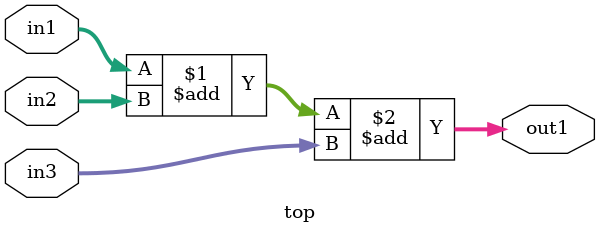
<source format=v>
module top(in1, in2, in3, out1);
  input [3:0] in1, in2, in3;
  output [3:0] out1;
  assign out1=in1+in2+in3;
endmodule
</source>
